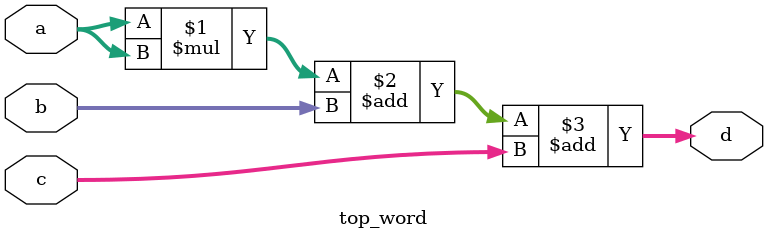
<source format=v>
module top_word(a, b, c, d);
input [15:0] a, b, c;
output [31:0] d;

assign d = a*a + b + c;

endmodule

</source>
